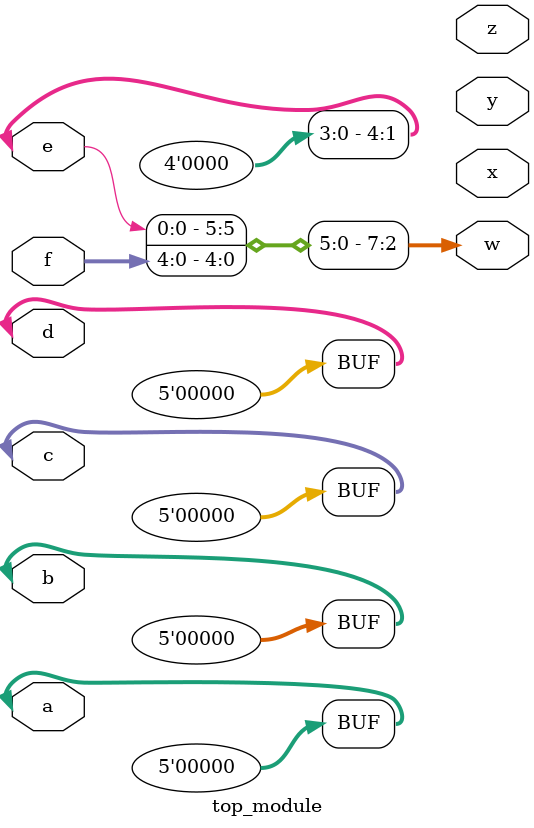
<source format=v>
module top_module (
    input [4:0] a, b, c, d, e, f,
    output [7:0] w, x, y, z );//

    assign { a,b,c,d,e,f,2'b11} = { w };

endmodule

</source>
